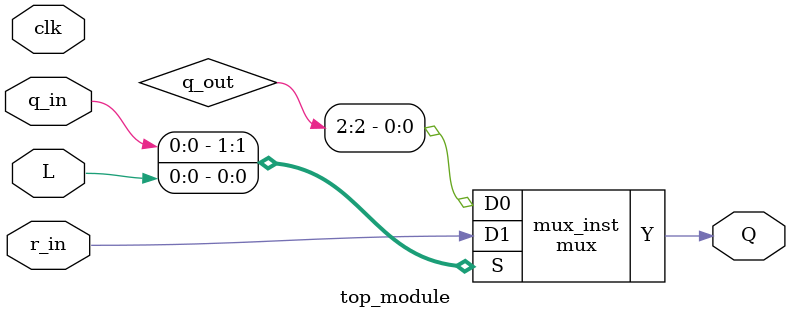
<source format=sv>
module flipflop (
    input clk,
    input D,
    output reg Q
);
    always @(posedge clk)
        Q <= D;
endmodule
module mux (
    input [1:0] S,
    input D0,
    input D1,
    output reg Y
);
    always @(*)
    begin
        case (S)
            2'b00: Y = D0;
            2'b01: Y = D1;
            2'b10: Y = D0;
            2'b11: Y = D1;
            default: Y = 1'b0;
        endcase
    end
endmodule
module top_module(
    input clk,
    input L,
    input q_in,
    input r_in,
    output reg Q
);

    reg [2:0] r;
    reg [2:0] q_out;
    wire d0, d1;

    assign d0 = q_out[1] ^ q_out[2];
    assign d1 = q_out[0] | q_out[2];

    flipflop ff_inst1 (
        .clk(clk),
        .D(r_in),
        .Q(q_out[0])
    );

    flipflop ff_inst2 (
        .clk(clk),
        .D(q_out[1]),
        .Q(q_out[1])
    );

    mux mux_inst (
        .S({q_in, L}),
        .D0(q_out[2]),
        .D1(r_in),
        .Y(Q)
    );

    always @(posedge clk)
    begin
        if (L) begin
            r <= r_in;
        end else begin
            r <= {d0, d1, r[2]};
        end
    end

endmodule

</source>
